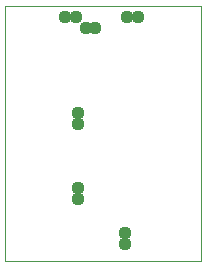
<source format=gbs>
G75*
%MOIN*%
%OFA0B0*%
%FSLAX24Y24*%
%IPPOS*%
%LPD*%
%AMOC8*
5,1,8,0,0,1.08239X$1,22.5*
%
%ADD10C,0.0000*%
%ADD11C,0.0437*%
D10*
X002517Y002517D02*
X002517Y010992D01*
X009043Y010992D01*
X009043Y002517D01*
X002517Y002517D01*
D11*
X004954Y004579D03*
X004954Y004954D03*
X006517Y003454D03*
X006517Y003079D03*
X004954Y007079D03*
X004954Y007454D03*
X005204Y010267D03*
X005517Y010267D03*
X004892Y010642D03*
X004517Y010642D03*
X006579Y010642D03*
X006954Y010642D03*
M02*

</source>
